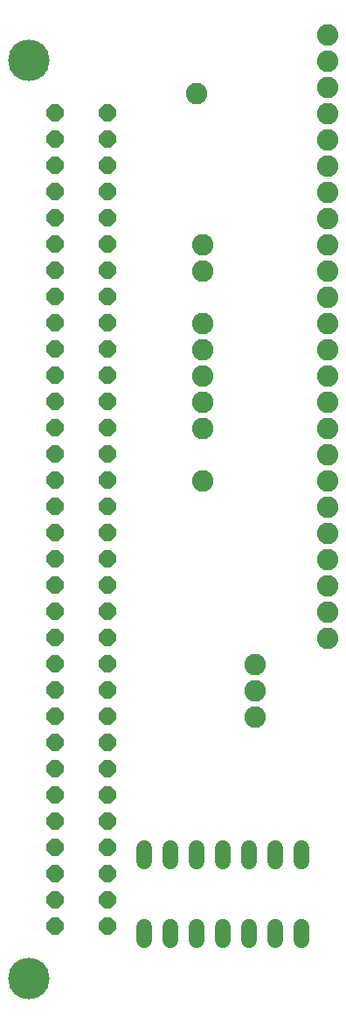
<source format=gbs>
G75*
%MOIN*%
%OFA0B0*%
%FSLAX24Y24*%
%IPPOS*%
%LPD*%
%AMOC8*
5,1,8,0,0,1.08239X$1,22.5*
%
%ADD10OC8,0.0640*%
%ADD11C,0.1582*%
%ADD12C,0.0820*%
%ADD13C,0.0600*%
D10*
X005150Y003195D03*
X005150Y004195D03*
X005150Y005195D03*
X005150Y006195D03*
X005150Y007195D03*
X005150Y008195D03*
X005150Y009195D03*
X005150Y010195D03*
X005150Y011195D03*
X005150Y012195D03*
X005150Y013195D03*
X005150Y014195D03*
X005150Y015195D03*
X005150Y016195D03*
X005150Y017195D03*
X005150Y018195D03*
X005150Y019195D03*
X005150Y020195D03*
X005150Y021195D03*
X005150Y022195D03*
X005150Y023195D03*
X005150Y024195D03*
X005150Y025195D03*
X005150Y026195D03*
X005150Y027195D03*
X005150Y028195D03*
X005150Y029195D03*
X005150Y030195D03*
X005150Y031195D03*
X005150Y032195D03*
X005150Y033195D03*
X005150Y034195D03*
X007150Y034195D03*
X007150Y033195D03*
X007150Y032195D03*
X007150Y031195D03*
X007150Y030195D03*
X007150Y029195D03*
X007150Y028195D03*
X007150Y027195D03*
X007150Y026195D03*
X007150Y025195D03*
X007150Y024195D03*
X007150Y023195D03*
X007150Y022195D03*
X007150Y021195D03*
X007150Y020195D03*
X007150Y019195D03*
X007150Y018195D03*
X007150Y017195D03*
X007150Y016195D03*
X007150Y015195D03*
X007150Y014195D03*
X007150Y013195D03*
X007150Y012195D03*
X007150Y011195D03*
X007150Y010195D03*
X007150Y009195D03*
X007150Y008195D03*
X007150Y007195D03*
X007150Y006195D03*
X007150Y005195D03*
X007150Y004195D03*
X007150Y003195D03*
D11*
X004150Y001195D03*
X004150Y036195D03*
D12*
X010531Y034930D03*
X010781Y029180D03*
X010781Y028180D03*
X010781Y026180D03*
X010781Y025180D03*
X010781Y024180D03*
X010781Y023180D03*
X010781Y022180D03*
X010781Y020180D03*
X012781Y013180D03*
X012781Y012180D03*
X012781Y011180D03*
X015531Y014180D03*
X015531Y015180D03*
X015531Y016180D03*
X015531Y017180D03*
X015531Y018180D03*
X015531Y019180D03*
X015531Y020180D03*
X015531Y021180D03*
X015531Y022180D03*
X015531Y023180D03*
X015531Y024180D03*
X015531Y025180D03*
X015531Y026180D03*
X015531Y027180D03*
X015531Y028180D03*
X015531Y029180D03*
X015531Y030180D03*
X015531Y031180D03*
X015531Y032180D03*
X015531Y033180D03*
X015531Y034180D03*
X015531Y035180D03*
X015531Y036180D03*
X015531Y037180D03*
D13*
X014531Y006190D02*
X014531Y005670D01*
X013531Y005670D02*
X013531Y006190D01*
X012531Y006190D02*
X012531Y005670D01*
X011531Y005670D02*
X011531Y006190D01*
X010531Y006190D02*
X010531Y005670D01*
X009531Y005670D02*
X009531Y006190D01*
X008531Y006190D02*
X008531Y005670D01*
X008531Y003190D02*
X008531Y002670D01*
X009531Y002670D02*
X009531Y003190D01*
X010531Y003190D02*
X010531Y002670D01*
X011531Y002670D02*
X011531Y003190D01*
X012531Y003190D02*
X012531Y002670D01*
X013531Y002670D02*
X013531Y003190D01*
X014531Y003190D02*
X014531Y002670D01*
M02*

</source>
